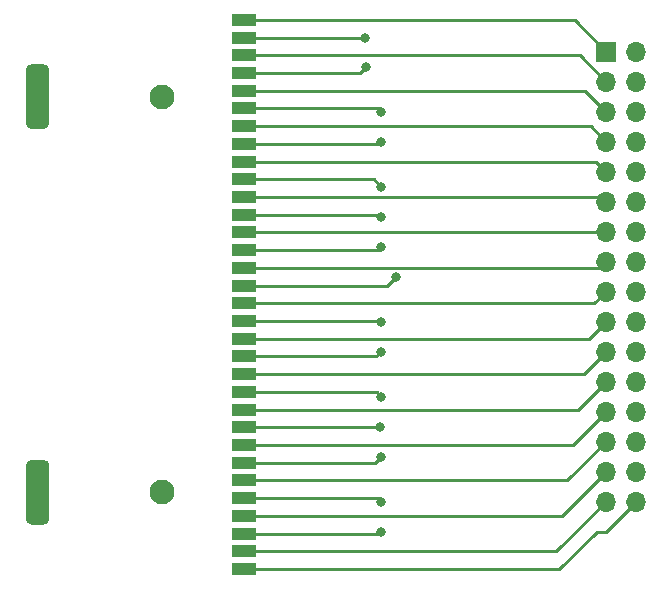
<source format=gbr>
%TF.GenerationSoftware,KiCad,Pcbnew,(5.1.10)-1*%
%TF.CreationDate,2021-11-02T23:54:37+01:00*%
%TF.ProjectId,Board0,426f6172-6430-42e6-9b69-6361645f7063,rev?*%
%TF.SameCoordinates,Original*%
%TF.FileFunction,Copper,L1,Top*%
%TF.FilePolarity,Positive*%
%FSLAX46Y46*%
G04 Gerber Fmt 4.6, Leading zero omitted, Abs format (unit mm)*
G04 Created by KiCad (PCBNEW (5.1.10)-1) date 2021-11-02 23:54:37*
%MOMM*%
%LPD*%
G01*
G04 APERTURE LIST*
%TA.AperFunction,ComponentPad*%
%ADD10O,1.700000X1.700000*%
%TD*%
%TA.AperFunction,ComponentPad*%
%ADD11R,1.700000X1.700000*%
%TD*%
%TA.AperFunction,ComponentPad*%
%ADD12C,2.100000*%
%TD*%
%TA.AperFunction,SMDPad,CuDef*%
%ADD13R,2.000000X1.000000*%
%TD*%
%TA.AperFunction,ViaPad*%
%ADD14C,0.800000*%
%TD*%
%TA.AperFunction,Conductor*%
%ADD15C,0.250000*%
%TD*%
G04 APERTURE END LIST*
D10*
%TO.P,J1,32*%
%TO.N,Net-(J1-Pad32)*%
X133180000Y-140780000D03*
%TO.P,J1,31*%
%TO.N,Net-(J1-Pad31)*%
X130640000Y-140780000D03*
%TO.P,J1,30*%
%TO.N,Net-(J1-Pad30)*%
X133180000Y-138240000D03*
%TO.P,J1,29*%
%TO.N,Net-(J1-Pad29)*%
X130640000Y-138240000D03*
%TO.P,J1,28*%
%TO.N,Net-(J1-Pad28)*%
X133180000Y-135700000D03*
%TO.P,J1,27*%
%TO.N,Net-(J1-Pad27)*%
X130640000Y-135700000D03*
%TO.P,J1,26*%
%TO.N,Net-(J1-Pad26)*%
X133180000Y-133160000D03*
%TO.P,J1,25*%
%TO.N,Net-(J1-Pad25)*%
X130640000Y-133160000D03*
%TO.P,J1,24*%
%TO.N,Net-(J1-Pad24)*%
X133180000Y-130620000D03*
%TO.P,J1,23*%
%TO.N,Net-(J1-Pad23)*%
X130640000Y-130620000D03*
%TO.P,J1,22*%
%TO.N,Net-(J1-Pad22)*%
X133180000Y-128080000D03*
%TO.P,J1,21*%
%TO.N,Net-(J1-Pad21)*%
X130640000Y-128080000D03*
%TO.P,J1,20*%
%TO.N,Net-(J1-Pad20)*%
X133180000Y-125540000D03*
%TO.P,J1,19*%
%TO.N,Net-(J1-Pad19)*%
X130640000Y-125540000D03*
%TO.P,J1,18*%
%TO.N,Net-(J1-Pad18)*%
X133180000Y-123000000D03*
%TO.P,J1,17*%
%TO.N,Net-(J1-Pad17)*%
X130640000Y-123000000D03*
%TO.P,J1,16*%
%TO.N,Net-(J1-Pad16)*%
X133180000Y-120460000D03*
%TO.P,J1,15*%
%TO.N,Net-(J1-Pad15)*%
X130640000Y-120460000D03*
%TO.P,J1,14*%
%TO.N,Net-(J1-Pad14)*%
X133180000Y-117920000D03*
%TO.P,J1,13*%
%TO.N,Net-(J1-Pad13)*%
X130640000Y-117920000D03*
%TO.P,J1,12*%
%TO.N,Net-(J1-Pad12)*%
X133180000Y-115380000D03*
%TO.P,J1,11*%
%TO.N,Net-(J1-Pad11)*%
X130640000Y-115380000D03*
%TO.P,J1,10*%
%TO.N,Net-(J1-Pad10)*%
X133180000Y-112840000D03*
%TO.P,J1,9*%
%TO.N,Net-(J1-Pad9)*%
X130640000Y-112840000D03*
%TO.P,J1,8*%
%TO.N,Net-(J1-Pad8)*%
X133180000Y-110300000D03*
%TO.P,J1,7*%
%TO.N,Net-(J1-Pad7)*%
X130640000Y-110300000D03*
%TO.P,J1,6*%
%TO.N,Net-(J1-Pad6)*%
X133180000Y-107760000D03*
%TO.P,J1,5*%
%TO.N,Net-(J1-Pad5)*%
X130640000Y-107760000D03*
%TO.P,J1,4*%
%TO.N,Net-(J1-Pad4)*%
X133180000Y-105220000D03*
%TO.P,J1,3*%
%TO.N,Net-(J1-Pad3)*%
X130640000Y-105220000D03*
%TO.P,J1,2*%
%TO.N,Net-(J1-Pad2)*%
X133180000Y-102680000D03*
D11*
%TO.P,J1,1*%
%TO.N,Net-(J1-Pad1)*%
X130640000Y-102680000D03*
%TD*%
%TO.P,U1,*%
%TO.N,*%
%TA.AperFunction,ComponentPad*%
G36*
G01*
X81500000Y-142250000D02*
X81500000Y-137750000D01*
G75*
G02*
X82000000Y-137250000I500000J0D01*
G01*
X83000000Y-137250000D01*
G75*
G02*
X83500000Y-137750000I0J-500000D01*
G01*
X83500000Y-142250000D01*
G75*
G02*
X83000000Y-142750000I-500000J0D01*
G01*
X82000000Y-142750000D01*
G75*
G02*
X81500000Y-142250000I0J500000D01*
G01*
G37*
%TD.AperFunction*%
%TA.AperFunction,ComponentPad*%
G36*
G01*
X81500000Y-108750000D02*
X81500000Y-104250000D01*
G75*
G02*
X82000000Y-103750000I500000J0D01*
G01*
X83000000Y-103750000D01*
G75*
G02*
X83500000Y-104250000I0J-500000D01*
G01*
X83500000Y-108750000D01*
G75*
G02*
X83000000Y-109250000I-500000J0D01*
G01*
X82000000Y-109250000D01*
G75*
G02*
X81500000Y-108750000I0J500000D01*
G01*
G37*
%TD.AperFunction*%
D12*
X93000000Y-140000000D03*
X93000000Y-106500000D03*
D13*
%TO.P,U1,31*%
%TO.N,Net-(J1-Pad32)*%
X100000000Y-146500000D03*
%TO.P,U1,30*%
%TO.N,Net-(J1-Pad31)*%
X100000000Y-145000000D03*
%TO.P,U1,29*%
%TO.N,Net-(J1-Pad30)*%
X100000000Y-143500000D03*
%TO.P,U1,28*%
%TO.N,Net-(J1-Pad29)*%
X100000000Y-142000000D03*
%TO.P,U1,27*%
%TO.N,Net-(J1-Pad28)*%
X100000000Y-140500000D03*
%TO.P,U1,26*%
%TO.N,Net-(J1-Pad27)*%
X100000000Y-139000000D03*
%TO.P,U1,25*%
%TO.N,Net-(J1-Pad26)*%
X100000000Y-137500000D03*
%TO.P,U1,24*%
%TO.N,Net-(J1-Pad25)*%
X100000000Y-136000000D03*
%TO.P,U1,23*%
%TO.N,Net-(J1-Pad24)*%
X100000000Y-134500000D03*
%TO.P,U1,22*%
%TO.N,Net-(J1-Pad23)*%
X100000000Y-133000000D03*
%TO.P,U1,21*%
%TO.N,Net-(J1-Pad22)*%
X100000000Y-131500000D03*
%TO.P,U1,20*%
%TO.N,Net-(J1-Pad21)*%
X100000000Y-130000000D03*
%TO.P,U1,19*%
%TO.N,Net-(J1-Pad20)*%
X100000000Y-128500000D03*
%TO.P,U1,18*%
%TO.N,Net-(J1-Pad19)*%
X100000000Y-127000000D03*
%TO.P,U1,17*%
%TO.N,Net-(J1-Pad18)*%
X100000000Y-125500000D03*
%TO.P,U1,16*%
%TO.N,Net-(J1-Pad17)*%
X100000000Y-124000000D03*
%TO.P,U1,15*%
%TO.N,Net-(J1-Pad16)*%
X100000000Y-122500000D03*
%TO.P,U1,14*%
%TO.N,Net-(J1-Pad15)*%
X100000000Y-121000000D03*
%TO.P,U1,13*%
%TO.N,Net-(J1-Pad14)*%
X100000000Y-119500000D03*
%TO.P,U1,12*%
%TO.N,Net-(J1-Pad13)*%
X100000000Y-118000000D03*
%TO.P,U1,11*%
%TO.N,Net-(J1-Pad12)*%
X100000000Y-116500000D03*
%TO.P,U1,10*%
%TO.N,Net-(J1-Pad11)*%
X100000000Y-115000000D03*
%TO.P,U1,9*%
%TO.N,Net-(J1-Pad10)*%
X100000000Y-113500000D03*
%TO.P,U1,8*%
%TO.N,Net-(J1-Pad9)*%
X100000000Y-112000000D03*
%TO.P,U1,7*%
%TO.N,Net-(J1-Pad8)*%
X100000000Y-110500000D03*
%TO.P,U1,6*%
%TO.N,Net-(J1-Pad7)*%
X100000000Y-109000000D03*
%TO.P,U1,5*%
%TO.N,Net-(J1-Pad6)*%
X100000000Y-107500000D03*
%TO.P,U1,4*%
%TO.N,Net-(J1-Pad5)*%
X100000000Y-106000000D03*
%TO.P,U1,3*%
%TO.N,Net-(J1-Pad4)*%
X100000000Y-104500000D03*
%TO.P,U1,2*%
%TO.N,Net-(J1-Pad3)*%
X100000000Y-103000000D03*
%TO.P,U1,1*%
%TO.N,Net-(J1-Pad2)*%
X100000000Y-101500000D03*
%TO.P,U1,0*%
%TO.N,Net-(J1-Pad1)*%
X100000000Y-100000000D03*
%TD*%
D14*
%TO.N,Net-(J1-Pad30)*%
X111590000Y-143320000D03*
%TO.N,Net-(J1-Pad28)*%
X111590000Y-140780000D03*
%TO.N,Net-(J1-Pad26)*%
X111590000Y-136970000D03*
%TO.N,Net-(J1-Pad24)*%
X111520000Y-134500000D03*
%TO.N,Net-(J1-Pad22)*%
X111590000Y-131890000D03*
%TO.N,Net-(J1-Pad20)*%
X111590000Y-128080000D03*
%TO.N,Net-(J1-Pad18)*%
X111590000Y-125540000D03*
%TO.N,Net-(J1-Pad16)*%
X112860000Y-121730000D03*
%TO.N,Net-(J1-Pad14)*%
X111590000Y-119190000D03*
%TO.N,Net-(J1-Pad12)*%
X111590000Y-116650000D03*
%TO.N,Net-(J1-Pad10)*%
X111590000Y-114110000D03*
%TO.N,Net-(J1-Pad8)*%
X111590000Y-110300000D03*
%TO.N,Net-(J1-Pad6)*%
X111590000Y-107760000D03*
%TO.N,Net-(J1-Pad4)*%
X110320000Y-103950000D03*
%TO.N,Net-(J1-Pad2)*%
X110230000Y-101500000D03*
%TD*%
D15*
%TO.N,Net-(J1-Pad1)*%
X127960000Y-100000000D02*
X130640000Y-102680000D01*
X100000000Y-100000000D02*
X127960000Y-100000000D01*
%TO.N,Net-(J1-Pad32)*%
X126659002Y-146500000D02*
X129839002Y-143320000D01*
X100000000Y-146500000D02*
X126659002Y-146500000D01*
X130640000Y-143320000D02*
X133180000Y-140780000D01*
X129839002Y-143320000D02*
X130640000Y-143320000D01*
%TO.N,Net-(J1-Pad31)*%
X126420000Y-145000000D02*
X130640000Y-140780000D01*
X100000000Y-145000000D02*
X126420000Y-145000000D01*
%TO.N,Net-(J1-Pad30)*%
X100000000Y-143500000D02*
X111410000Y-143500000D01*
X111410000Y-143500000D02*
X111590000Y-143320000D01*
%TO.N,Net-(J1-Pad29)*%
X126880000Y-142000000D02*
X130640000Y-138240000D01*
X100000000Y-142000000D02*
X126880000Y-142000000D01*
%TO.N,Net-(J1-Pad28)*%
X100000000Y-140500000D02*
X111310000Y-140500000D01*
X111310000Y-140500000D02*
X111590000Y-140780000D01*
%TO.N,Net-(J1-Pad27)*%
X127340000Y-139000000D02*
X130640000Y-135700000D01*
X100000000Y-139000000D02*
X127340000Y-139000000D01*
%TO.N,Net-(J1-Pad26)*%
X100000000Y-137500000D02*
X111060000Y-137500000D01*
X111060000Y-137500000D02*
X111590000Y-136970000D01*
%TO.N,Net-(J1-Pad25)*%
X127800000Y-136000000D02*
X130640000Y-133160000D01*
X100000000Y-136000000D02*
X127800000Y-136000000D01*
%TO.N,Net-(J1-Pad24)*%
X100000000Y-134500000D02*
X111520000Y-134500000D01*
%TO.N,Net-(J1-Pad23)*%
X128260000Y-133000000D02*
X130640000Y-130620000D01*
X100000000Y-133000000D02*
X128260000Y-133000000D01*
%TO.N,Net-(J1-Pad22)*%
X100000000Y-131500000D02*
X111200000Y-131500000D01*
X111200000Y-131500000D02*
X111590000Y-131890000D01*
%TO.N,Net-(J1-Pad21)*%
X128720000Y-130000000D02*
X130640000Y-128080000D01*
X100000000Y-130000000D02*
X128720000Y-130000000D01*
%TO.N,Net-(J1-Pad20)*%
X100000000Y-128500000D02*
X111170000Y-128500000D01*
X111170000Y-128500000D02*
X111590000Y-128080000D01*
%TO.N,Net-(J1-Pad19)*%
X129180000Y-127000000D02*
X130640000Y-125540000D01*
X100000000Y-127000000D02*
X129180000Y-127000000D01*
%TO.N,Net-(J1-Pad18)*%
X100000000Y-125500000D02*
X111550000Y-125500000D01*
X111550000Y-125500000D02*
X111590000Y-125540000D01*
%TO.N,Net-(J1-Pad17)*%
X129640000Y-124000000D02*
X130640000Y-123000000D01*
X100000000Y-124000000D02*
X129640000Y-124000000D01*
%TO.N,Net-(J1-Pad16)*%
X100000000Y-122500000D02*
X111090000Y-122500000D01*
X111090000Y-122500000D02*
X112090000Y-122500000D01*
X112090000Y-122500000D02*
X112860000Y-121730000D01*
%TO.N,Net-(J1-Pad15)*%
X130100000Y-121000000D02*
X130640000Y-120460000D01*
X100000000Y-121000000D02*
X130100000Y-121000000D01*
%TO.N,Net-(J1-Pad14)*%
X100000000Y-119500000D02*
X111280000Y-119500000D01*
X111280000Y-119500000D02*
X111590000Y-119190000D01*
%TO.N,Net-(J1-Pad13)*%
X130560000Y-118000000D02*
X130640000Y-117920000D01*
X100000000Y-118000000D02*
X130560000Y-118000000D01*
%TO.N,Net-(J1-Pad12)*%
X100000000Y-116500000D02*
X111440000Y-116500000D01*
X111440000Y-116500000D02*
X111590000Y-116650000D01*
%TO.N,Net-(J1-Pad11)*%
X130260000Y-115000000D02*
X130640000Y-115380000D01*
X100000000Y-115000000D02*
X130260000Y-115000000D01*
%TO.N,Net-(J1-Pad10)*%
X100000000Y-113500000D02*
X110980000Y-113500000D01*
X110980000Y-113500000D02*
X111590000Y-114110000D01*
%TO.N,Net-(J1-Pad9)*%
X129800000Y-112000000D02*
X100000000Y-112000000D01*
X130640000Y-112840000D02*
X129800000Y-112000000D01*
%TO.N,Net-(J1-Pad8)*%
X100000000Y-110500000D02*
X111390000Y-110500000D01*
X111390000Y-110500000D02*
X111590000Y-110300000D01*
%TO.N,Net-(J1-Pad7)*%
X129340000Y-109000000D02*
X130640000Y-110300000D01*
X100000000Y-109000000D02*
X129340000Y-109000000D01*
%TO.N,Net-(J1-Pad6)*%
X111330000Y-107500000D02*
X111590000Y-107760000D01*
X100000000Y-107500000D02*
X111330000Y-107500000D01*
%TO.N,Net-(J1-Pad5)*%
X128880000Y-106000000D02*
X130640000Y-107760000D01*
X100000000Y-106000000D02*
X128880000Y-106000000D01*
%TO.N,Net-(J1-Pad4)*%
X100000000Y-104500000D02*
X108500000Y-104500000D01*
X108500000Y-104500000D02*
X109770000Y-104500000D01*
X109770000Y-104500000D02*
X110320000Y-103950000D01*
%TO.N,Net-(J1-Pad3)*%
X128420000Y-103000000D02*
X130640000Y-105220000D01*
X100000000Y-103000000D02*
X128420000Y-103000000D01*
%TO.N,Net-(J1-Pad2)*%
X100000000Y-101500000D02*
X110230000Y-101500000D01*
X110230000Y-101500000D02*
X110230000Y-101500000D01*
%TD*%
M02*

</source>
